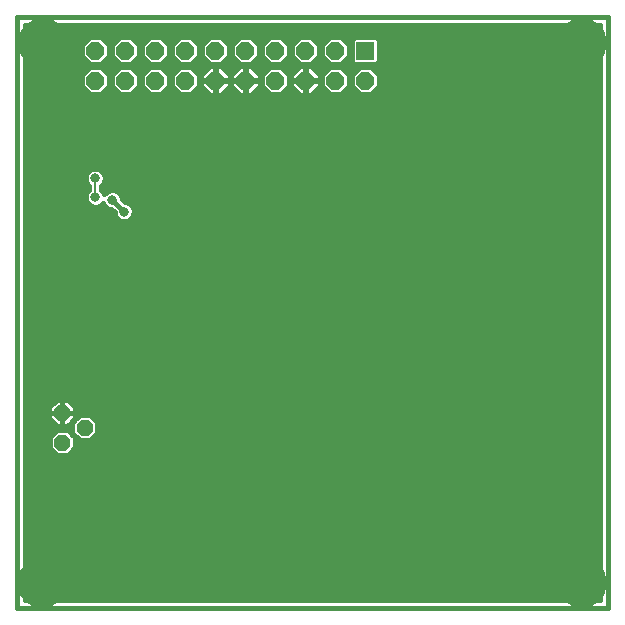
<source format=gbl>
G75*
%MOIN*%
%OFA0B0*%
%FSLAX25Y25*%
%IPPOS*%
%LPD*%
%AMOC8*
5,1,8,0,0,1.08239X$1,22.5*
%
%ADD10C,0.01600*%
%ADD11R,0.06000X0.06000*%
%ADD12OC8,0.06000*%
%ADD13OC8,0.05200*%
%ADD14C,0.03169*%
%ADD15C,0.16598*%
%ADD16C,0.00800*%
D10*
X0001800Y0001800D02*
X0198650Y0001800D01*
X0198650Y0198650D01*
X0001800Y0198650D01*
X0001800Y0001800D01*
X0004400Y0004400D02*
X0004400Y0196050D01*
X0196050Y0196050D01*
X0196050Y0004400D01*
X0004400Y0004400D01*
X0004400Y0004997D02*
X0196050Y0004997D01*
X0196050Y0006596D02*
X0004400Y0006596D01*
X0004400Y0008194D02*
X0196050Y0008194D01*
X0196050Y0009793D02*
X0004400Y0009793D01*
X0004400Y0011391D02*
X0196050Y0011391D01*
X0196050Y0012990D02*
X0004400Y0012990D01*
X0004400Y0014588D02*
X0196050Y0014588D01*
X0196050Y0016187D02*
X0004400Y0016187D01*
X0004400Y0017785D02*
X0196050Y0017785D01*
X0196050Y0019384D02*
X0004400Y0019384D01*
X0004400Y0020982D02*
X0196050Y0020982D01*
X0196050Y0022581D02*
X0004400Y0022581D01*
X0004400Y0024179D02*
X0196050Y0024179D01*
X0196050Y0025778D02*
X0004400Y0025778D01*
X0004400Y0027376D02*
X0196050Y0027376D01*
X0196050Y0028975D02*
X0004400Y0028975D01*
X0004400Y0030573D02*
X0196050Y0030573D01*
X0196050Y0032172D02*
X0004400Y0032172D01*
X0004400Y0033770D02*
X0196050Y0033770D01*
X0196050Y0035369D02*
X0004400Y0035369D01*
X0004400Y0036967D02*
X0196050Y0036967D01*
X0196050Y0038566D02*
X0004400Y0038566D01*
X0004400Y0040164D02*
X0196050Y0040164D01*
X0196050Y0041763D02*
X0004400Y0041763D01*
X0004400Y0043361D02*
X0196050Y0043361D01*
X0196050Y0044960D02*
X0004400Y0044960D01*
X0004400Y0046558D02*
X0196050Y0046558D01*
X0196050Y0048157D02*
X0004400Y0048157D01*
X0004400Y0049755D02*
X0196050Y0049755D01*
X0196050Y0051354D02*
X0004400Y0051354D01*
X0004400Y0052952D02*
X0014708Y0052952D01*
X0015060Y0052600D02*
X0018540Y0052600D01*
X0021000Y0055060D01*
X0021000Y0058540D01*
X0018540Y0061000D01*
X0015060Y0061000D01*
X0012600Y0058540D01*
X0012600Y0055060D01*
X0015060Y0052600D01*
X0013109Y0054551D02*
X0004400Y0054551D01*
X0004400Y0056149D02*
X0012600Y0056149D01*
X0012600Y0057748D02*
X0004400Y0057748D01*
X0004400Y0059346D02*
X0013407Y0059346D01*
X0015005Y0060945D02*
X0004400Y0060945D01*
X0004400Y0062543D02*
X0014834Y0062543D01*
X0014977Y0062400D02*
X0012400Y0064977D01*
X0012400Y0066800D01*
X0016800Y0066800D01*
X0016800Y0066800D01*
X0016800Y0071200D01*
X0018623Y0071200D01*
X0021200Y0068623D01*
X0021200Y0066800D01*
X0016800Y0066800D01*
X0016800Y0066800D01*
X0016800Y0066800D01*
X0016800Y0071200D01*
X0014977Y0071200D01*
X0012400Y0068623D01*
X0012400Y0066800D01*
X0016800Y0066800D01*
X0021200Y0066800D01*
X0021200Y0064977D01*
X0018623Y0062400D01*
X0016800Y0062400D01*
X0016800Y0066800D01*
X0016800Y0066800D01*
X0016800Y0062400D01*
X0014977Y0062400D01*
X0016800Y0062543D02*
X0016800Y0062543D01*
X0016800Y0064142D02*
X0016800Y0064142D01*
X0016800Y0065740D02*
X0016800Y0065740D01*
X0016800Y0067339D02*
X0016800Y0067339D01*
X0016800Y0068937D02*
X0016800Y0068937D01*
X0016800Y0070536D02*
X0016800Y0070536D01*
X0019287Y0070536D02*
X0196050Y0070536D01*
X0196050Y0072134D02*
X0004400Y0072134D01*
X0004400Y0070536D02*
X0014313Y0070536D01*
X0012715Y0068937D02*
X0004400Y0068937D01*
X0004400Y0067339D02*
X0012400Y0067339D01*
X0012400Y0065740D02*
X0004400Y0065740D01*
X0004400Y0064142D02*
X0013236Y0064142D01*
X0018766Y0062543D02*
X0020100Y0062543D01*
X0020100Y0063540D02*
X0020100Y0060060D01*
X0022560Y0057600D01*
X0026040Y0057600D01*
X0028500Y0060060D01*
X0028500Y0063540D01*
X0026040Y0066000D01*
X0022560Y0066000D01*
X0020100Y0063540D01*
X0020364Y0064142D02*
X0020702Y0064142D01*
X0021200Y0065740D02*
X0022301Y0065740D01*
X0021200Y0067339D02*
X0196050Y0067339D01*
X0196050Y0068937D02*
X0020885Y0068937D01*
X0026299Y0065740D02*
X0196050Y0065740D01*
X0196050Y0064142D02*
X0027898Y0064142D01*
X0028500Y0062543D02*
X0196050Y0062543D01*
X0196050Y0060945D02*
X0028500Y0060945D01*
X0027786Y0059346D02*
X0196050Y0059346D01*
X0196050Y0057748D02*
X0026188Y0057748D01*
X0022412Y0057748D02*
X0021000Y0057748D01*
X0021000Y0056149D02*
X0196050Y0056149D01*
X0196050Y0054551D02*
X0020491Y0054551D01*
X0018892Y0052952D02*
X0196050Y0052952D01*
X0196050Y0073733D02*
X0004400Y0073733D01*
X0004400Y0075332D02*
X0196050Y0075332D01*
X0196050Y0076930D02*
X0004400Y0076930D01*
X0004400Y0078529D02*
X0196050Y0078529D01*
X0196050Y0080127D02*
X0004400Y0080127D01*
X0004400Y0081726D02*
X0196050Y0081726D01*
X0196050Y0083324D02*
X0004400Y0083324D01*
X0004400Y0084923D02*
X0196050Y0084923D01*
X0196050Y0086521D02*
X0004400Y0086521D01*
X0004400Y0088120D02*
X0196050Y0088120D01*
X0196050Y0089718D02*
X0004400Y0089718D01*
X0004400Y0091317D02*
X0196050Y0091317D01*
X0196050Y0092915D02*
X0004400Y0092915D01*
X0004400Y0094514D02*
X0196050Y0094514D01*
X0196050Y0096112D02*
X0004400Y0096112D01*
X0004400Y0097711D02*
X0196050Y0097711D01*
X0196050Y0099309D02*
X0004400Y0099309D01*
X0004400Y0100908D02*
X0196050Y0100908D01*
X0196050Y0102506D02*
X0004400Y0102506D01*
X0004400Y0104105D02*
X0196050Y0104105D01*
X0196050Y0105703D02*
X0004400Y0105703D01*
X0004400Y0107302D02*
X0196050Y0107302D01*
X0196050Y0108900D02*
X0004400Y0108900D01*
X0004400Y0110499D02*
X0196050Y0110499D01*
X0196050Y0112097D02*
X0004400Y0112097D01*
X0004400Y0113696D02*
X0196050Y0113696D01*
X0196050Y0115294D02*
X0004400Y0115294D01*
X0004400Y0116893D02*
X0196050Y0116893D01*
X0196050Y0118491D02*
X0004400Y0118491D01*
X0004400Y0120090D02*
X0196050Y0120090D01*
X0196050Y0121688D02*
X0004400Y0121688D01*
X0004400Y0123287D02*
X0196050Y0123287D01*
X0196050Y0124885D02*
X0004400Y0124885D01*
X0004400Y0126484D02*
X0196050Y0126484D01*
X0196050Y0128082D02*
X0004400Y0128082D01*
X0004400Y0129681D02*
X0196050Y0129681D01*
X0196050Y0131279D02*
X0039383Y0131279D01*
X0039204Y0131101D02*
X0040099Y0131996D01*
X0040584Y0133167D01*
X0040584Y0134433D01*
X0040099Y0135604D01*
X0039204Y0136499D01*
X0038033Y0136984D01*
X0037610Y0136984D01*
X0036584Y0138010D01*
X0036584Y0138433D01*
X0036099Y0139604D01*
X0035204Y0140499D01*
X0034033Y0140984D01*
X0032767Y0140984D01*
X0031596Y0140499D01*
X0030793Y0139696D01*
X0030499Y0140404D01*
X0029800Y0141103D01*
X0029800Y0142497D01*
X0030499Y0143196D01*
X0030984Y0144367D01*
X0030984Y0145633D01*
X0030499Y0146804D01*
X0029604Y0147699D01*
X0028433Y0148184D01*
X0027167Y0148184D01*
X0025996Y0147699D01*
X0025101Y0146804D01*
X0024616Y0145633D01*
X0024616Y0144367D01*
X0025101Y0143196D01*
X0025800Y0142497D01*
X0025800Y0141103D01*
X0025101Y0140404D01*
X0024616Y0139233D01*
X0024616Y0137967D01*
X0025101Y0136796D01*
X0025996Y0135901D01*
X0027167Y0135416D01*
X0028433Y0135416D01*
X0029604Y0135901D01*
X0030407Y0136704D01*
X0030701Y0135996D01*
X0031596Y0135101D01*
X0032767Y0134616D01*
X0033190Y0134616D01*
X0034216Y0133590D01*
X0034216Y0133167D01*
X0034701Y0131996D01*
X0035596Y0131101D01*
X0036767Y0130616D01*
X0038033Y0130616D01*
X0039204Y0131101D01*
X0040465Y0132878D02*
X0196050Y0132878D01*
X0196050Y0134476D02*
X0040566Y0134476D01*
X0039628Y0136075D02*
X0196050Y0136075D01*
X0196050Y0137673D02*
X0036921Y0137673D01*
X0036237Y0139272D02*
X0196050Y0139272D01*
X0196050Y0140870D02*
X0034308Y0140870D01*
X0032492Y0140870D02*
X0030033Y0140870D01*
X0029800Y0142469D02*
X0196050Y0142469D01*
X0196050Y0144068D02*
X0030860Y0144068D01*
X0030971Y0145666D02*
X0196050Y0145666D01*
X0196050Y0147265D02*
X0030039Y0147265D01*
X0025561Y0147265D02*
X0004400Y0147265D01*
X0004400Y0148863D02*
X0196050Y0148863D01*
X0196050Y0150462D02*
X0004400Y0150462D01*
X0004400Y0152060D02*
X0196050Y0152060D01*
X0196050Y0153659D02*
X0004400Y0153659D01*
X0004400Y0155257D02*
X0196050Y0155257D01*
X0196050Y0156856D02*
X0004400Y0156856D01*
X0004400Y0158454D02*
X0196050Y0158454D01*
X0196050Y0160053D02*
X0004400Y0160053D01*
X0004400Y0161651D02*
X0196050Y0161651D01*
X0196050Y0163250D02*
X0004400Y0163250D01*
X0004400Y0164848D02*
X0196050Y0164848D01*
X0196050Y0166447D02*
X0004400Y0166447D01*
X0004400Y0168045D02*
X0196050Y0168045D01*
X0196050Y0169644D02*
X0004400Y0169644D01*
X0004400Y0171242D02*
X0196050Y0171242D01*
X0196050Y0172841D02*
X0099964Y0172841D01*
X0099851Y0172728D02*
X0102663Y0175540D01*
X0102663Y0177328D01*
X0098063Y0177328D01*
X0098063Y0172728D01*
X0099851Y0172728D01*
X0098063Y0172841D02*
X0097663Y0172841D01*
X0097663Y0172728D02*
X0097663Y0177328D01*
X0098063Y0177328D01*
X0098063Y0177728D01*
X0102663Y0177728D01*
X0102663Y0179517D01*
X0099851Y0182328D01*
X0098063Y0182328D01*
X0098063Y0177728D01*
X0097663Y0177728D01*
X0097663Y0177328D01*
X0093063Y0177328D01*
X0093063Y0175540D01*
X0095875Y0172728D01*
X0097663Y0172728D01*
X0097663Y0174439D02*
X0098063Y0174439D01*
X0098063Y0176038D02*
X0097663Y0176038D01*
X0097663Y0177636D02*
X0092463Y0177636D01*
X0093063Y0177728D02*
X0097663Y0177728D01*
X0097663Y0182328D01*
X0095875Y0182328D01*
X0093063Y0179517D01*
X0093063Y0177728D01*
X0093063Y0179235D02*
X0092463Y0179235D01*
X0092463Y0179434D02*
X0089768Y0182128D01*
X0085958Y0182128D01*
X0083263Y0179434D01*
X0083263Y0175623D01*
X0085958Y0172928D01*
X0089768Y0172928D01*
X0092463Y0175623D01*
X0092463Y0179434D01*
X0091063Y0180833D02*
X0094380Y0180833D01*
X0095958Y0182928D02*
X0099768Y0182928D01*
X0102463Y0185623D01*
X0102463Y0189434D01*
X0099768Y0192128D01*
X0095958Y0192128D01*
X0093263Y0189434D01*
X0093263Y0185623D01*
X0095958Y0182928D01*
X0094856Y0184030D02*
X0090870Y0184030D01*
X0089768Y0182928D02*
X0092463Y0185623D01*
X0092463Y0189434D01*
X0089768Y0192128D01*
X0085958Y0192128D01*
X0083263Y0189434D01*
X0083263Y0185623D01*
X0085958Y0182928D01*
X0089768Y0182928D01*
X0092463Y0185629D02*
X0093263Y0185629D01*
X0093263Y0187227D02*
X0092463Y0187227D01*
X0092463Y0188826D02*
X0093263Y0188826D01*
X0094254Y0190424D02*
X0091472Y0190424D01*
X0089874Y0192023D02*
X0095852Y0192023D01*
X0099874Y0192023D02*
X0105852Y0192023D01*
X0105958Y0192128D02*
X0103263Y0189434D01*
X0103263Y0185623D01*
X0105958Y0182928D01*
X0109768Y0182928D01*
X0112463Y0185623D01*
X0112463Y0189434D01*
X0109768Y0192128D01*
X0105958Y0192128D01*
X0104254Y0190424D02*
X0101472Y0190424D01*
X0102463Y0188826D02*
X0103263Y0188826D01*
X0103263Y0187227D02*
X0102463Y0187227D01*
X0102463Y0185629D02*
X0103263Y0185629D01*
X0104856Y0184030D02*
X0100870Y0184030D01*
X0101346Y0180833D02*
X0104663Y0180833D01*
X0105958Y0182128D02*
X0103263Y0179434D01*
X0103263Y0175623D01*
X0105958Y0172928D01*
X0109768Y0172928D01*
X0112463Y0175623D01*
X0112463Y0179434D01*
X0109768Y0182128D01*
X0105958Y0182128D01*
X0103263Y0179235D02*
X0102663Y0179235D01*
X0103263Y0177636D02*
X0098063Y0177636D01*
X0098063Y0179235D02*
X0097663Y0179235D01*
X0097663Y0180833D02*
X0098063Y0180833D01*
X0102663Y0176038D02*
X0103263Y0176038D01*
X0104447Y0174439D02*
X0101562Y0174439D01*
X0095762Y0172841D02*
X0079964Y0172841D01*
X0079851Y0172728D02*
X0082663Y0175540D01*
X0082663Y0177328D01*
X0078063Y0177328D01*
X0078063Y0172728D01*
X0079851Y0172728D01*
X0078063Y0172841D02*
X0077663Y0172841D01*
X0077663Y0172728D02*
X0077663Y0177328D01*
X0078063Y0177328D01*
X0078063Y0177728D01*
X0082663Y0177728D01*
X0082663Y0179517D01*
X0079851Y0182328D01*
X0078063Y0182328D01*
X0078063Y0177728D01*
X0077663Y0177728D01*
X0077663Y0177328D01*
X0073063Y0177328D01*
X0073063Y0175540D01*
X0075875Y0172728D01*
X0077663Y0172728D01*
X0077663Y0174439D02*
X0078063Y0174439D01*
X0078063Y0176038D02*
X0077663Y0176038D01*
X0077663Y0177636D02*
X0068063Y0177636D01*
X0068063Y0177728D02*
X0072663Y0177728D01*
X0072663Y0179517D01*
X0069851Y0182328D01*
X0068063Y0182328D01*
X0068063Y0177728D01*
X0068063Y0177328D01*
X0068063Y0172728D01*
X0069851Y0172728D01*
X0072663Y0175540D01*
X0072663Y0177328D01*
X0068063Y0177328D01*
X0067663Y0177328D01*
X0067663Y0172728D01*
X0065875Y0172728D01*
X0063063Y0175540D01*
X0063063Y0177328D01*
X0067663Y0177328D01*
X0067663Y0177728D01*
X0063063Y0177728D01*
X0063063Y0179517D01*
X0065875Y0182328D01*
X0067663Y0182328D01*
X0067663Y0177728D01*
X0068063Y0177728D01*
X0067663Y0177636D02*
X0062463Y0177636D01*
X0062463Y0176038D02*
X0063063Y0176038D01*
X0062463Y0175623D02*
X0059768Y0172928D01*
X0055958Y0172928D01*
X0053263Y0175623D01*
X0053263Y0179434D01*
X0055958Y0182128D01*
X0059768Y0182128D01*
X0062463Y0179434D01*
X0062463Y0175623D01*
X0061279Y0174439D02*
X0064164Y0174439D01*
X0065762Y0172841D02*
X0004400Y0172841D01*
X0004400Y0174439D02*
X0024447Y0174439D01*
X0023263Y0175623D02*
X0025958Y0172928D01*
X0029768Y0172928D01*
X0032463Y0175623D01*
X0032463Y0179434D01*
X0029768Y0182128D01*
X0025958Y0182128D01*
X0023263Y0179434D01*
X0023263Y0175623D01*
X0023263Y0176038D02*
X0004400Y0176038D01*
X0004400Y0177636D02*
X0023263Y0177636D01*
X0023263Y0179235D02*
X0004400Y0179235D01*
X0004400Y0180833D02*
X0024663Y0180833D01*
X0025958Y0182928D02*
X0029768Y0182928D01*
X0032463Y0185623D01*
X0032463Y0189434D01*
X0029768Y0192128D01*
X0025958Y0192128D01*
X0023263Y0189434D01*
X0023263Y0185623D01*
X0025958Y0182928D01*
X0024856Y0184030D02*
X0004400Y0184030D01*
X0004400Y0182432D02*
X0196050Y0182432D01*
X0196050Y0184030D02*
X0122463Y0184030D01*
X0122463Y0183866D02*
X0122463Y0191191D01*
X0121526Y0192128D01*
X0114200Y0192128D01*
X0113263Y0191191D01*
X0113263Y0183866D01*
X0114200Y0182928D01*
X0121526Y0182928D01*
X0122463Y0183866D01*
X0122463Y0185629D02*
X0196050Y0185629D01*
X0196050Y0187227D02*
X0122463Y0187227D01*
X0122463Y0188826D02*
X0196050Y0188826D01*
X0196050Y0190424D02*
X0122463Y0190424D01*
X0121631Y0192023D02*
X0196050Y0192023D01*
X0196050Y0193621D02*
X0004400Y0193621D01*
X0004400Y0192023D02*
X0025852Y0192023D01*
X0024254Y0190424D02*
X0004400Y0190424D01*
X0004400Y0188826D02*
X0023263Y0188826D01*
X0023263Y0187227D02*
X0004400Y0187227D01*
X0004400Y0185629D02*
X0023263Y0185629D01*
X0029874Y0192023D02*
X0035852Y0192023D01*
X0035958Y0192128D02*
X0033263Y0189434D01*
X0033263Y0185623D01*
X0035958Y0182928D01*
X0039768Y0182928D01*
X0042463Y0185623D01*
X0042463Y0189434D01*
X0039768Y0192128D01*
X0035958Y0192128D01*
X0034254Y0190424D02*
X0031472Y0190424D01*
X0032463Y0188826D02*
X0033263Y0188826D01*
X0033263Y0187227D02*
X0032463Y0187227D01*
X0032463Y0185629D02*
X0033263Y0185629D01*
X0034856Y0184030D02*
X0030870Y0184030D01*
X0031063Y0180833D02*
X0034663Y0180833D01*
X0035958Y0182128D02*
X0033263Y0179434D01*
X0033263Y0175623D01*
X0035958Y0172928D01*
X0039768Y0172928D01*
X0042463Y0175623D01*
X0042463Y0179434D01*
X0039768Y0182128D01*
X0035958Y0182128D01*
X0033263Y0179235D02*
X0032463Y0179235D01*
X0032463Y0177636D02*
X0033263Y0177636D01*
X0033263Y0176038D02*
X0032463Y0176038D01*
X0031279Y0174439D02*
X0034447Y0174439D01*
X0041279Y0174439D02*
X0044447Y0174439D01*
X0043263Y0175623D02*
X0045958Y0172928D01*
X0049768Y0172928D01*
X0052463Y0175623D01*
X0052463Y0179434D01*
X0049768Y0182128D01*
X0045958Y0182128D01*
X0043263Y0179434D01*
X0043263Y0175623D01*
X0043263Y0176038D02*
X0042463Y0176038D01*
X0042463Y0177636D02*
X0043263Y0177636D01*
X0043263Y0179235D02*
X0042463Y0179235D01*
X0041063Y0180833D02*
X0044663Y0180833D01*
X0045958Y0182928D02*
X0049768Y0182928D01*
X0052463Y0185623D01*
X0052463Y0189434D01*
X0049768Y0192128D01*
X0045958Y0192128D01*
X0043263Y0189434D01*
X0043263Y0185623D01*
X0045958Y0182928D01*
X0044856Y0184030D02*
X0040870Y0184030D01*
X0042463Y0185629D02*
X0043263Y0185629D01*
X0043263Y0187227D02*
X0042463Y0187227D01*
X0042463Y0188826D02*
X0043263Y0188826D01*
X0044254Y0190424D02*
X0041472Y0190424D01*
X0039874Y0192023D02*
X0045852Y0192023D01*
X0049874Y0192023D02*
X0055852Y0192023D01*
X0055958Y0192128D02*
X0053263Y0189434D01*
X0053263Y0185623D01*
X0055958Y0182928D01*
X0059768Y0182928D01*
X0062463Y0185623D01*
X0062463Y0189434D01*
X0059768Y0192128D01*
X0055958Y0192128D01*
X0054254Y0190424D02*
X0051472Y0190424D01*
X0052463Y0188826D02*
X0053263Y0188826D01*
X0053263Y0187227D02*
X0052463Y0187227D01*
X0052463Y0185629D02*
X0053263Y0185629D01*
X0054856Y0184030D02*
X0050870Y0184030D01*
X0051063Y0180833D02*
X0054663Y0180833D01*
X0053263Y0179235D02*
X0052463Y0179235D01*
X0052463Y0177636D02*
X0053263Y0177636D01*
X0053263Y0176038D02*
X0052463Y0176038D01*
X0051279Y0174439D02*
X0054447Y0174439D01*
X0061063Y0180833D02*
X0064380Y0180833D01*
X0063063Y0179235D02*
X0062463Y0179235D01*
X0060870Y0184030D02*
X0064856Y0184030D01*
X0065958Y0182928D02*
X0069768Y0182928D01*
X0072463Y0185623D01*
X0072463Y0189434D01*
X0069768Y0192128D01*
X0065958Y0192128D01*
X0063263Y0189434D01*
X0063263Y0185623D01*
X0065958Y0182928D01*
X0067663Y0180833D02*
X0068063Y0180833D01*
X0068063Y0179235D02*
X0067663Y0179235D01*
X0067663Y0176038D02*
X0068063Y0176038D01*
X0068063Y0174439D02*
X0067663Y0174439D01*
X0067663Y0172841D02*
X0068063Y0172841D01*
X0069964Y0172841D02*
X0075762Y0172841D01*
X0074164Y0174439D02*
X0071562Y0174439D01*
X0072663Y0176038D02*
X0073063Y0176038D01*
X0073063Y0177728D02*
X0077663Y0177728D01*
X0077663Y0182328D01*
X0075875Y0182328D01*
X0073063Y0179517D01*
X0073063Y0177728D01*
X0073063Y0179235D02*
X0072663Y0179235D01*
X0071346Y0180833D02*
X0074380Y0180833D01*
X0075958Y0182928D02*
X0079768Y0182928D01*
X0082463Y0185623D01*
X0082463Y0189434D01*
X0079768Y0192128D01*
X0075958Y0192128D01*
X0073263Y0189434D01*
X0073263Y0185623D01*
X0075958Y0182928D01*
X0074856Y0184030D02*
X0070870Y0184030D01*
X0072463Y0185629D02*
X0073263Y0185629D01*
X0073263Y0187227D02*
X0072463Y0187227D01*
X0072463Y0188826D02*
X0073263Y0188826D01*
X0074254Y0190424D02*
X0071472Y0190424D01*
X0069874Y0192023D02*
X0075852Y0192023D01*
X0079874Y0192023D02*
X0085852Y0192023D01*
X0084254Y0190424D02*
X0081472Y0190424D01*
X0082463Y0188826D02*
X0083263Y0188826D01*
X0083263Y0187227D02*
X0082463Y0187227D01*
X0082463Y0185629D02*
X0083263Y0185629D01*
X0084856Y0184030D02*
X0080870Y0184030D01*
X0081346Y0180833D02*
X0084663Y0180833D01*
X0083263Y0179235D02*
X0082663Y0179235D01*
X0083263Y0177636D02*
X0078063Y0177636D01*
X0078063Y0179235D02*
X0077663Y0179235D01*
X0077663Y0180833D02*
X0078063Y0180833D01*
X0082663Y0176038D02*
X0083263Y0176038D01*
X0084447Y0174439D02*
X0081562Y0174439D01*
X0091279Y0174439D02*
X0094164Y0174439D01*
X0093063Y0176038D02*
X0092463Y0176038D01*
X0109874Y0192023D02*
X0114095Y0192023D01*
X0113263Y0190424D02*
X0111472Y0190424D01*
X0112463Y0188826D02*
X0113263Y0188826D01*
X0113263Y0187227D02*
X0112463Y0187227D01*
X0112463Y0185629D02*
X0113263Y0185629D01*
X0113263Y0184030D02*
X0110870Y0184030D01*
X0111063Y0180833D02*
X0114663Y0180833D01*
X0115958Y0182128D02*
X0113263Y0179434D01*
X0113263Y0175623D01*
X0115958Y0172928D01*
X0119768Y0172928D01*
X0122463Y0175623D01*
X0122463Y0179434D01*
X0119768Y0182128D01*
X0115958Y0182128D01*
X0113263Y0179235D02*
X0112463Y0179235D01*
X0112463Y0177636D02*
X0113263Y0177636D01*
X0113263Y0176038D02*
X0112463Y0176038D01*
X0111279Y0174439D02*
X0114447Y0174439D01*
X0121279Y0174439D02*
X0196050Y0174439D01*
X0196050Y0176038D02*
X0122463Y0176038D01*
X0122463Y0177636D02*
X0196050Y0177636D01*
X0196050Y0179235D02*
X0122463Y0179235D01*
X0121063Y0180833D02*
X0196050Y0180833D01*
X0196050Y0195220D02*
X0004400Y0195220D01*
X0004400Y0145666D02*
X0024629Y0145666D01*
X0024740Y0144068D02*
X0004400Y0144068D01*
X0004400Y0142469D02*
X0025800Y0142469D01*
X0025567Y0140870D02*
X0004400Y0140870D01*
X0004400Y0139272D02*
X0024632Y0139272D01*
X0024737Y0137673D02*
X0004400Y0137673D01*
X0004400Y0136075D02*
X0025822Y0136075D01*
X0029778Y0136075D02*
X0030668Y0136075D01*
X0033329Y0134476D02*
X0004400Y0134476D01*
X0004400Y0132878D02*
X0034335Y0132878D01*
X0035417Y0131279D02*
X0004400Y0131279D01*
X0033400Y0137800D02*
X0037400Y0133800D01*
X0062463Y0185629D02*
X0063263Y0185629D01*
X0063263Y0187227D02*
X0062463Y0187227D01*
X0062463Y0188826D02*
X0063263Y0188826D01*
X0064254Y0190424D02*
X0061472Y0190424D01*
X0059874Y0192023D02*
X0065852Y0192023D01*
X0020100Y0060945D02*
X0018595Y0060945D01*
X0020193Y0059346D02*
X0020814Y0059346D01*
D11*
X0117863Y0187528D03*
D12*
X0117863Y0177528D03*
X0107863Y0177528D03*
X0097863Y0177528D03*
X0087863Y0177528D03*
X0077863Y0177528D03*
X0067863Y0177528D03*
X0057863Y0177528D03*
X0047863Y0177528D03*
X0037863Y0177528D03*
X0027863Y0177528D03*
X0027863Y0187528D03*
X0037863Y0187528D03*
X0047863Y0187528D03*
X0057863Y0187528D03*
X0067863Y0187528D03*
X0077863Y0187528D03*
X0087863Y0187528D03*
X0097863Y0187528D03*
X0107863Y0187528D03*
D13*
X0016800Y0066800D03*
X0024300Y0061800D03*
X0016800Y0056800D03*
D14*
X0031800Y0124300D03*
X0037400Y0133800D03*
X0033400Y0137800D03*
X0027800Y0138600D03*
X0027800Y0145000D03*
X0036800Y0161800D03*
X0049300Y0156800D03*
X0056800Y0146800D03*
X0071800Y0131800D03*
D15*
X0010308Y0190048D03*
X0190116Y0190066D03*
X0190116Y0010066D03*
X0010116Y0010066D03*
D16*
X0027800Y0138600D02*
X0027800Y0145000D01*
M02*

</source>
